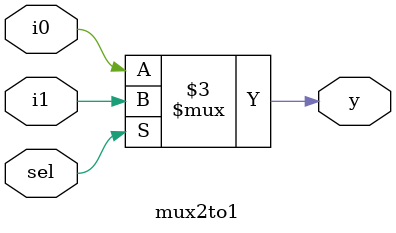
<source format=v>
module mux2to1(input i0,i1,sel,output reg y);
always@(*)
begin
	if(sel)
		y=i1;
	else
		y=i0;
end
endmodule

</source>
